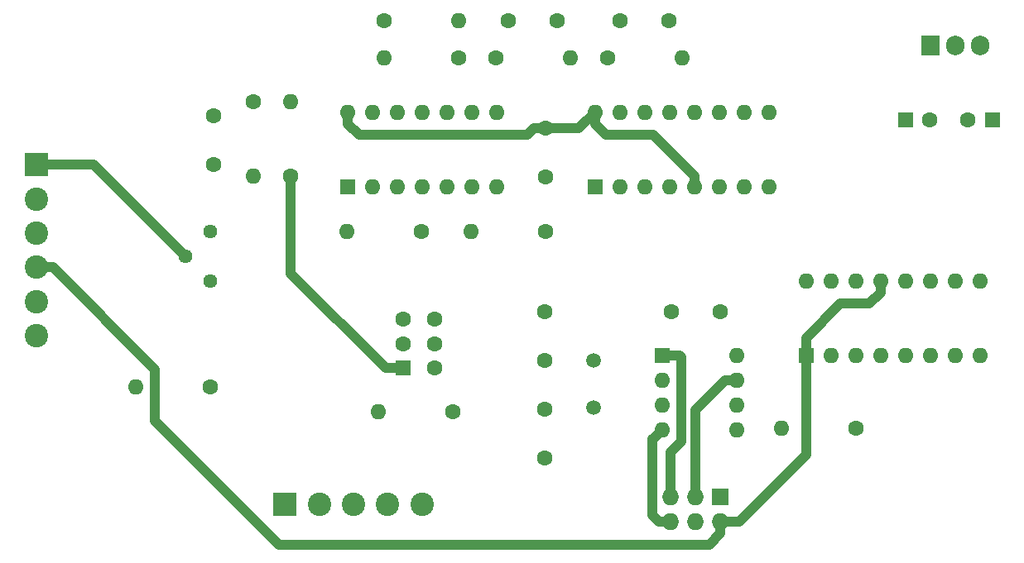
<source format=gbr>
G04 #@! TF.GenerationSoftware,KiCad,Pcbnew,5.1.3*
G04 #@! TF.CreationDate,2019-08-04T20:11:08-07:00*
G04 #@! TF.ProjectId,ap206-pll,61703230-362d-4706-9c6c-2e6b69636164,1*
G04 #@! TF.SameCoordinates,Original*
G04 #@! TF.FileFunction,Copper,L2,Bot*
G04 #@! TF.FilePolarity,Positive*
%FSLAX46Y46*%
G04 Gerber Fmt 4.6, Leading zero omitted, Abs format (unit mm)*
G04 Created by KiCad (PCBNEW 5.1.3) date 2019-08-04 20:11:08*
%MOMM*%
%LPD*%
G04 APERTURE LIST*
%ADD10R,1.600000X1.600000*%
%ADD11C,1.600000*%
%ADD12O,1.727200X1.727200*%
%ADD13R,1.727200X1.727200*%
%ADD14O,1.600000X1.600000*%
%ADD15C,1.440000*%
%ADD16O,1.905000X2.000000*%
%ADD17R,1.905000X2.000000*%
%ADD18C,1.500000*%
%ADD19R,2.400000X2.400000*%
%ADD20C,2.400000*%
%ADD21C,1.000000*%
G04 APERTURE END LIST*
D10*
X149780000Y-58420000D03*
D11*
X147280000Y-58420000D03*
X122000000Y-78000000D03*
X117000000Y-78000000D03*
X143390000Y-58420000D03*
D10*
X140890000Y-58420000D03*
D11*
X116680000Y-48260000D03*
X111680000Y-48260000D03*
X105250000Y-48260000D03*
X100250000Y-48260000D03*
X70160000Y-58000000D03*
X70160000Y-63000000D03*
X104000000Y-78000000D03*
X104000000Y-83000000D03*
X104000000Y-93000000D03*
X104000000Y-88000000D03*
X104060000Y-64270000D03*
X104060000Y-59270000D03*
D12*
X116920000Y-99540000D03*
X116920000Y-97000000D03*
X119460000Y-99540000D03*
X119460000Y-97000000D03*
X122000000Y-99540000D03*
D13*
X122000000Y-97000000D03*
D11*
X110410000Y-52070000D03*
D14*
X118030000Y-52070000D03*
X106600000Y-52070000D03*
D11*
X98980000Y-52070000D03*
D14*
X83740000Y-69850000D03*
D11*
X91360000Y-69850000D03*
D14*
X95170000Y-48260000D03*
D11*
X87550000Y-48260000D03*
D14*
X87550000Y-52070000D03*
D11*
X95170000Y-52070000D03*
X104060000Y-69850000D03*
D14*
X96440000Y-69850000D03*
D11*
X78025000Y-64135000D03*
D14*
X78025000Y-56515000D03*
X74215000Y-64135000D03*
D11*
X74215000Y-56515000D03*
X135810000Y-90000000D03*
D14*
X128190000Y-90000000D03*
D15*
X69770000Y-69850000D03*
X67230000Y-72390000D03*
X69770000Y-74930000D03*
D16*
X148510000Y-50800000D03*
X145970000Y-50800000D03*
D17*
X143430000Y-50800000D03*
D14*
X123620000Y-82550000D03*
X116000000Y-90170000D03*
X123620000Y-85090000D03*
X116000000Y-87630000D03*
X123620000Y-87630000D03*
X116000000Y-85090000D03*
X123620000Y-90170000D03*
D10*
X116000000Y-82550000D03*
D14*
X130730000Y-74930000D03*
X148510000Y-82550000D03*
X133270000Y-74930000D03*
X145970000Y-82550000D03*
X135810000Y-74930000D03*
X143430000Y-82550000D03*
X138350000Y-74930000D03*
X140890000Y-82550000D03*
X140890000Y-74930000D03*
X138350000Y-82550000D03*
X143430000Y-74930000D03*
X135810000Y-82550000D03*
X145970000Y-74930000D03*
X133270000Y-82550000D03*
X148510000Y-74930000D03*
D10*
X130730000Y-82550000D03*
X109140000Y-65270000D03*
D14*
X126920000Y-57650000D03*
X111680000Y-65270000D03*
X124380000Y-57650000D03*
X114220000Y-65270000D03*
X121840000Y-57650000D03*
X116760000Y-65270000D03*
X119300000Y-57650000D03*
X119300000Y-65270000D03*
X116760000Y-57650000D03*
X121840000Y-65270000D03*
X114220000Y-57650000D03*
X124380000Y-65270000D03*
X111680000Y-57650000D03*
X126920000Y-65270000D03*
X109140000Y-57650000D03*
D18*
X109000000Y-87880000D03*
X109000000Y-83000000D03*
D11*
X69770000Y-85725000D03*
D14*
X62150000Y-85725000D03*
D10*
X83890000Y-65270000D03*
D14*
X99130000Y-57650000D03*
X86430000Y-65270000D03*
X96590000Y-57650000D03*
X88970000Y-65270000D03*
X94050000Y-57650000D03*
X91510000Y-65270000D03*
X91510000Y-57650000D03*
X94050000Y-65270000D03*
X88970000Y-57650000D03*
X96590000Y-65270000D03*
X86430000Y-57650000D03*
X99130000Y-65270000D03*
X83890000Y-57650000D03*
D19*
X52000000Y-63000000D03*
D20*
X52000000Y-66500000D03*
X52000000Y-70000000D03*
X52000000Y-73500000D03*
X52000000Y-77000000D03*
X52000000Y-80500000D03*
D19*
X77470000Y-97790000D03*
D20*
X80970000Y-97790000D03*
X84470000Y-97790000D03*
X87970000Y-97790000D03*
X91470000Y-97790000D03*
D11*
X94615000Y-88265000D03*
D14*
X86995000Y-88265000D03*
D10*
X89535000Y-83820000D03*
D11*
X89535000Y-81320000D03*
X89535000Y-78820000D03*
X92735000Y-83820000D03*
X92735000Y-81320000D03*
X92735000Y-78820000D03*
D21*
X115200001Y-90969999D02*
X116000000Y-90170000D01*
X115056399Y-91113601D02*
X115200001Y-90969999D01*
X115056399Y-98897713D02*
X115056399Y-91113601D01*
X115698686Y-99540000D02*
X115056399Y-98897713D01*
X116920000Y-99540000D02*
X115698686Y-99540000D01*
X138350000Y-76061370D02*
X138350000Y-74930000D01*
X137181369Y-77230001D02*
X138350000Y-76061370D01*
X134249999Y-77230001D02*
X137181369Y-77230001D01*
X130730000Y-80750000D02*
X134249999Y-77230001D01*
X130730000Y-82550000D02*
X130730000Y-80750000D01*
X123887202Y-99540000D02*
X130730000Y-92697202D01*
X130730000Y-84350000D02*
X130730000Y-82550000D01*
X130730000Y-92697202D02*
X130730000Y-84350000D01*
X122000000Y-99540000D02*
X123887202Y-99540000D01*
X53697056Y-73500000D02*
X52000000Y-73500000D01*
X64150011Y-89224013D02*
X64150011Y-83952955D01*
X64150011Y-83952955D02*
X53697056Y-73500000D01*
X122000000Y-99540000D02*
X122000000Y-100761314D01*
X122000000Y-100761314D02*
X120857713Y-101903601D01*
X76829599Y-101903601D02*
X64150011Y-89224013D01*
X120857713Y-101903601D02*
X76829599Y-101903601D01*
X109140000Y-58781370D02*
X109140000Y-57650000D01*
X110308631Y-59950001D02*
X109140000Y-58781370D01*
X115111371Y-59950001D02*
X110308631Y-59950001D01*
X119300000Y-64138630D02*
X115111371Y-59950001D01*
X119300000Y-65270000D02*
X119300000Y-64138630D01*
X102248629Y-59950001D02*
X102928630Y-59270000D01*
X102928630Y-59270000D02*
X104060000Y-59270000D01*
X85058631Y-59950001D02*
X102248629Y-59950001D01*
X83890000Y-58781370D02*
X85058631Y-59950001D01*
X83890000Y-57650000D02*
X83890000Y-58781370D01*
X107520000Y-59270000D02*
X109140000Y-57650000D01*
X104060000Y-59270000D02*
X107520000Y-59270000D01*
X57840000Y-63000000D02*
X67230000Y-72390000D01*
X52000000Y-63000000D02*
X57840000Y-63000000D01*
X78025000Y-65266370D02*
X78025000Y-64135000D01*
X87735000Y-83820000D02*
X78025000Y-74110000D01*
X78025000Y-74110000D02*
X78025000Y-65266370D01*
X89535000Y-83820000D02*
X87735000Y-83820000D01*
X122488630Y-85090000D02*
X123620000Y-85090000D01*
X119460000Y-88118630D02*
X122488630Y-85090000D01*
X119460000Y-97000000D02*
X119460000Y-88118630D01*
X116920000Y-92413665D02*
X117959989Y-91373676D01*
X117800000Y-82550000D02*
X116000000Y-82550000D01*
X117959989Y-91373676D02*
X117959989Y-82709989D01*
X116920000Y-97000000D02*
X116920000Y-92413665D01*
X117959989Y-82709989D02*
X117800000Y-82550000D01*
M02*

</source>
